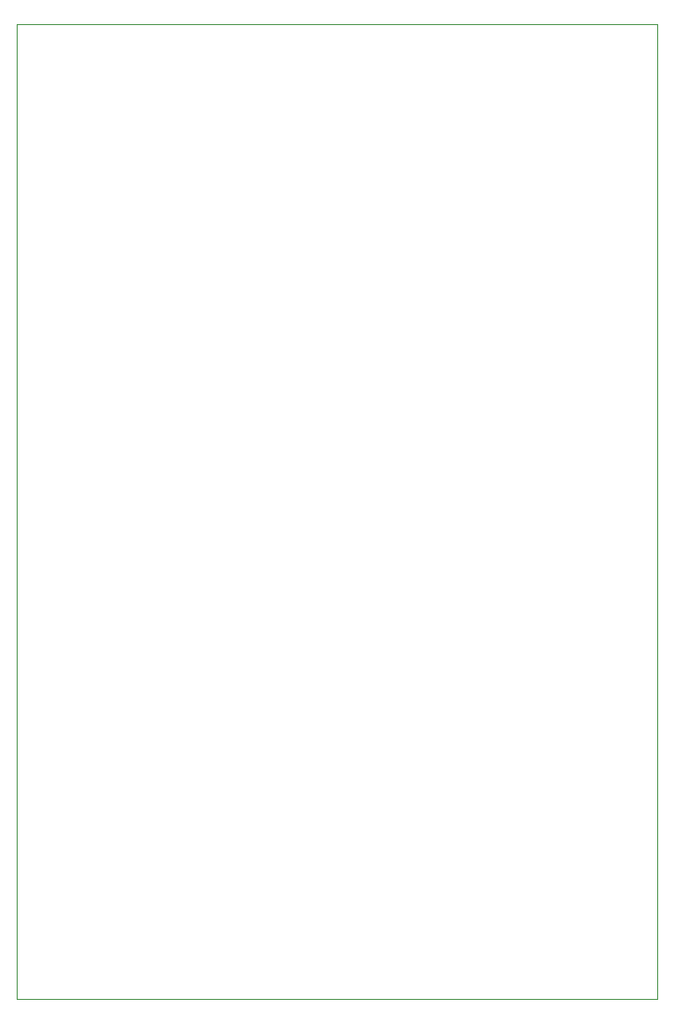
<source format=gm1>
G04 #@! TF.GenerationSoftware,KiCad,Pcbnew,(5.1.0)-1*
G04 #@! TF.CreationDate,2019-03-31T01:01:00-04:00*
G04 #@! TF.ProjectId,MiniProjectBoardProject,4d696e69-5072-46f6-9a65-6374426f6172,rev?*
G04 #@! TF.SameCoordinates,Original*
G04 #@! TF.FileFunction,Profile,NP*
%FSLAX46Y46*%
G04 Gerber Fmt 4.6, Leading zero omitted, Abs format (unit mm)*
G04 Created by KiCad (PCBNEW (5.1.0)-1) date 2019-03-31 01:01:00*
%MOMM*%
%LPD*%
G04 APERTURE LIST*
%ADD10C,0.050000*%
G04 APERTURE END LIST*
D10*
X140970000Y-54610000D02*
X140970000Y-143510000D01*
X82550000Y-143510000D02*
X140970000Y-143510000D01*
X82550000Y-54610000D02*
X82550000Y-143510000D01*
X82550000Y-54610000D02*
X140970000Y-54610000D01*
M02*

</source>
